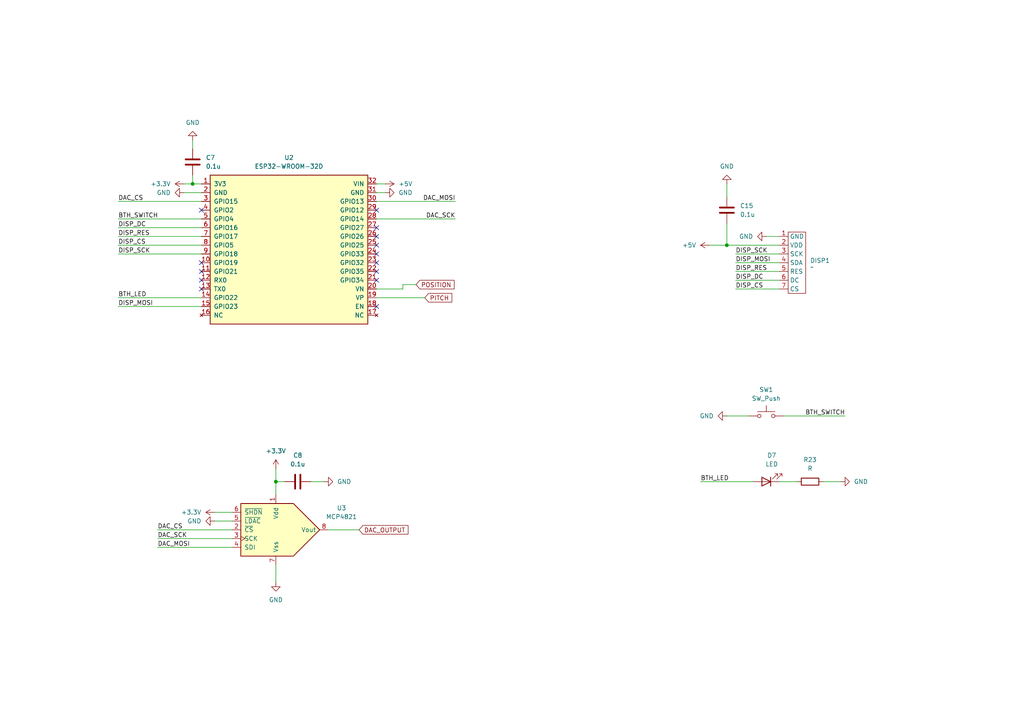
<source format=kicad_sch>
(kicad_sch (version 20231120) (generator "eeschema") (generator_version "8.0")
  (paper "A4")
  (title_block (title "Microcontroller, DAC, Display") (date "2024-11-18") (rev "1"))
  (lib_symbols
    (symbol "Analog_DAC:MCP4821" (pin_names (offset 1.016))
      (property "Reference" "U" (at 1.27 10.795 0))
      (property "Value" "MCP4821" (at 1.27 8.89 0))
      (symbol "MCP4821_0_0"
        (polyline (pts (xy 12.7 0) (xy 5.08 7.62) (xy -10.16 7.62) (xy -10.16 -7.62) (xy 5.08 -7.62) (xy 12.7 0)) (stroke (width 0.254)) (fill (type background)))
      )
      (symbol "MCP4821_1_1"
        (pin power_in line (at 0 10.16 270) (length 2.54) (name "Vdd") (number "1"))
        (pin input line (at -12.7 0 0) (length 2.54) (name "~{CS}") (number "2"))
        (pin input clock (at -12.7 -2.54 0) (length 2.54) (name "SCK") (number "3"))
        (pin input line (at -12.7 -5.08 0) (length 2.54) (name "SDI") (number "4"))
        (pin input line (at -12.7 2.54 0) (length 2.54) (name "~{LDAC}") (number "5"))
        (pin input line (at -12.7 5.08 0) (length 2.54) (name "~{SHDN}") (number "6"))
        (pin power_in line (at 0 -10.16 90) (length 2.54) (name "Vss") (number "7"))
        (pin output line (at 15.24 0 180) (length 2.54) (name "Vout") (number "8"))
      )
    )
    (symbol "Device:C" (pin_numbers hide) (pin_names (offset 0.254))
      (property "Reference" "C" (at 0.635 2.54 0))
      (property "Value" "C" (at 0.635 -2.54 0))
      (symbol "C_0_1"
        (polyline (pts (xy -2.032 -0.762) (xy 2.032 -0.762)) (stroke (width 0.508)))
        (polyline (pts (xy -2.032 0.762) (xy 2.032 0.762)) (stroke (width 0.508)))
      )
      (symbol "C_1_1"
        (pin passive line (at 0 3.81 270) (length 2.794) (name "~") (number "1"))
        (pin passive line (at 0 -3.81 90) (length 2.794) (name "~") (number "2"))
      )
    )
    (symbol "Device:LED" (pin_numbers hide) (pin_names (offset 1.016) hide)
      (property "Reference" "D" (at 0 2.54 0))
      (property "Value" "LED" (at 0 -2.54 0))
      (symbol "LED_0_1"
        (polyline (pts (xy -1.27 -1.27) (xy -1.27 1.27)) (stroke (width 0.254)))
        (polyline (pts (xy -1.27 0) (xy 1.27 0)))
        (polyline (pts (xy 1.27 -1.27) (xy 1.27 1.27) (xy -1.27 0) (xy 1.27 -1.27)) (stroke (width 0.254)))
        (polyline (pts (xy -3.048 -0.762) (xy -4.572 -2.286) (xy -3.81 -2.286) (xy -4.572 -2.286) (xy -4.572 -1.524)))
        (polyline (pts (xy -1.778 -0.762) (xy -3.302 -2.286) (xy -2.54 -2.286) (xy -3.302 -2.286) (xy -3.302 -1.524)))
      )
      (symbol "LED_1_1"
        (pin passive line (at -3.81 0 0) (length 2.54) (name "K") (number "1"))
        (pin passive line (at 3.81 0 180) (length 2.54) (name "A") (number "2"))
      )
    )
    (symbol "Device:R" (pin_numbers hide) (pin_names (offset 0))
      (property "Reference" "R" (at 2.032 0 90))
      (property "Value" "R" (at 0 0 90))
      (symbol "R_0_1"
        (rectangle (start -1.016 -2.54) (end 1.016 2.54) (stroke (width 0.254)))
      )
      (symbol "R_1_1"
        (pin passive line (at 0 3.81 270) (length 1.27) (name "~") (number "1"))
        (pin passive line (at 0 -3.81 90) (length 1.27) (name "~") (number "2"))
      )
    )
    (symbol "Espressif:ESP32-C6-DevKitC-1" (pin_names (offset 1.016))
      (property "Reference" "U" (at -22.86 25.4 0))
      (property "Value" "ESP32-C6-DevKitC-1" (at -22.86 22.86 0))
      (symbol "ESP32-C6-DevKitC-1_0_1"
        (rectangle (start -22.86 20.32) (end 22.86 -22.86) (stroke (width 0.254)) (fill (type background)))
      )
      (symbol "ESP32-C6-DevKitC-1_1_0"
        (pin bidirectional line (at -25.4 -15.24 0) (length 2.54) (name "GPIO22") (number "14"))
        (pin power_in line (at -25.4 15.24 0) (length 2.54) (name "GND") (number "2"))
      )
      (symbol "ESP32-C6-DevKitC-1_1_1"
        (pin power_out line (at -25.4 17.78 0) (length 2.54) (name "3V3") (number "1"))
        (pin bidirectional line (at -25.4 -5.08 0) (length 2.54) (name "GPIO19") (number "10"))
        (pin bidirectional line (at -25.4 -7.62 0) (length 2.54) (name "GPIO21") (number "11"))
        (pin bidirectional line (at -25.4 -10.16 0) (length 2.54) (name "RX0") (number "12"))
        (pin bidirectional line (at -25.4 -12.7 0) (length 2.54) (name "TX0") (number "13"))
        (pin bidirectional line (at -25.4 -17.78 0) (length 2.54) (name "GPIO23") (number "15"))
        (pin no_connect line (at -25.4 -20.32 0) (length 2.54) (name "NC") (number "16"))
        (pin no_connect line (at 25.4 -20.32 180) (length 2.54) (name "NC") (number "17"))
        (pin power_in line (at 25.4 -17.78 180) (length 2.54) (name "EN") (number "18"))
        (pin bidirectional line (at 25.4 -15.24 180) (length 2.54) (name "VP") (number "19"))
        (pin bidirectional line (at 25.4 -12.7 180) (length 2.54) (name "VN") (number "20"))
        (pin power_in line (at 25.4 -10.16 180) (length 2.54) (name "GPIO34") (number "21"))
        (pin bidirectional line (at 25.4 -7.62 180) (length 2.54) (name "GPIO35") (number "22"))
        (pin bidirectional line (at 25.4 -5.08 180) (length 2.54) (name "GPIO32") (number "23"))
        (pin bidirectional line (at 25.4 -2.54 180) (length 2.54) (name "GPIO33") (number "24"))
        (pin bidirectional line (at 25.4 0 180) (length 2.54) (name "GPIO25") (number "25"))
        (pin bidirectional line (at 25.4 2.54 180) (length 2.54) (name "GPIO26") (number "26"))
        (pin bidirectional line (at 25.4 5.08 180) (length 2.54) (name "GPIO27") (number "27"))
        (pin bidirectional line (at 25.4 7.62 180) (length 2.54) (name "GPIO14") (number "28"))
        (pin bidirectional line (at 25.4 10.16 180) (length 2.54) (name "GPIO12") (number "29"))
        (pin bidirectional line (at -25.4 12.7 0) (length 2.54) (name "GPIO15") (number "3"))
        (pin bidirectional line (at 25.4 12.7 180) (length 2.54) (name "GPIO13") (number "30"))
        (pin power_in line (at 25.4 15.24 180) (length 2.54) (name "GND") (number "31"))
        (pin power_in line (at 25.4 17.78 180) (length 2.54) (name "VIN") (number "32"))
        (pin bidirectional line (at -25.4 10.16 0) (length 2.54) (name "GPIO2") (number "4"))
        (pin bidirectional line (at -25.4 7.62 0) (length 2.54) (name "GPIO4") (number "5"))
        (pin bidirectional line (at -25.4 5.08 0) (length 2.54) (name "GPIO16") (number "6"))
        (pin bidirectional line (at -25.4 2.54 0) (length 2.54) (name "GPIO17") (number "7"))
        (pin bidirectional line (at -25.4 0 0) (length 2.54) (name "GPIO5") (number "8"))
        (pin bidirectional line (at -25.4 -2.54 0) (length 2.54) (name "GPIO18") (number "9"))
      )
    )
    (symbol "Switch:SW_Push" (pin_numbers hide) (pin_names (offset 1.016) hide)
      (property "Reference" "SW" (at 1.27 2.54 0))
      (property "Value" "SW_Push" (at 0 -1.524 0))
      (symbol "SW_Push_0_1"
        (circle (center -2.032 0) (radius 0.508))
        (polyline (pts (xy 0 1.27) (xy 0 3.048)))
        (polyline (pts (xy 2.54 1.27) (xy -2.54 1.27)))
        (circle (center 2.032 0) (radius 0.508))
        (pin passive line (at -5.08 0 0) (length 2.54) (name "1") (number "1"))
        (pin passive line (at 5.08 0 180) (length 2.54) (name "2") (number "2"))
      )
    )
    (symbol "power:+3.3V" (power) (pin_numbers hide) (pin_names (offset 0) hide)
      (property "Value" "+3.3V" (at 0 3.556 0))
      (symbol "+3.3V_0_1"
        (polyline (pts (xy -0.762 1.27) (xy 0 2.54)))
        (polyline (pts (xy 0 0) (xy 0 2.54)))
        (polyline (pts (xy 0 2.54) (xy 0.762 1.27)))
      )
      (symbol "+3.3V_1_1"
        (pin power_in line (at 0 0 90) (length 0) (name "~") (number "1"))
      )
    )
    (symbol "power:+5V" (power) (pin_numbers hide) (pin_names (offset 0) hide)
      (property "Value" "+5V" (at 0 3.556 0))
      (symbol "+5V_0_1"
        (polyline (pts (xy -0.762 1.27) (xy 0 2.54)))
        (polyline (pts (xy 0 0) (xy 0 2.54)))
        (polyline (pts (xy 0 2.54) (xy 0.762 1.27)))
      )
      (symbol "+5V_1_1"
        (pin power_in line (at 0 0 90) (length 0) (name "~") (number "1"))
      )
    )
    (symbol "power:GND" (power) (pin_numbers hide) (pin_names (offset 0) hide)
      (property "Value" "GND" (at 0 -3.81 0))
      (symbol "GND_0_1"
        (polyline (pts (xy 0 0) (xy 0 -1.27) (xy 1.27 -1.27) (xy 0 -2.54) (xy -1.27 -1.27) (xy 0 -1.27)))
      )
      (symbol "GND_1_1"
        (pin power_in line (at 0 0 270) (length 0) (name "~") (number "1"))
      )
    )
    (symbol "ssd1306:ssd1306_spi"
      (property "Reference" "DISP" (at -0.254 -11.176 0))
      (symbol "ssd1306_spi_0_1"
        (rectangle (start -2.54 8.89) (end 2.54 -8.89))
      )
      (symbol "ssd1306_spi_1_1"
        (pin input line (at -5.08 7.62 0) (length 2.54) (name "GND") (number "1"))
        (pin input line (at -5.08 5.08 0) (length 2.54) (name "VDD") (number "2"))
        (pin input line (at -5.08 2.54 0) (length 2.54) (name "SCK") (number "3"))
        (pin input line (at -5.08 0 0) (length 2.54) (name "SDA") (number "4"))
        (pin input line (at -5.08 -2.54 0) (length 2.54) (name "RES") (number "5"))
        (pin input line (at -5.08 -5.08 0) (length 2.54) (name "DC") (number "6"))
        (pin input line (at -5.08 -7.62 0) (length 2.54) (name "CS") (number "7"))
      )
    )
  )
  (junction (at 55.88 53.34))
  (junction (at 210.82 71.12))
  (junction (at 80.01 139.7))
  (no_connect (at 109.22 76.2))
  (no_connect (at 58.42 78.74))
  (no_connect (at 109.22 71.12))
  (no_connect (at 109.22 88.9))
  (no_connect (at 109.22 78.74))
  (no_connect (at 58.42 76.2))
  (no_connect (at 109.22 73.66))
  (no_connect (at 58.42 83.82))
  (no_connect (at 109.22 81.28))
  (no_connect (at 58.42 60.96))
  (no_connect (at 109.22 60.96))
  (no_connect (at 109.22 66.04))
  (no_connect (at 58.42 81.28))
  (no_connect (at 109.22 68.58))
  (wire (pts (xy 45.72 158.75) (xy 67.31 158.75)))
  (wire (pts (xy 109.22 63.5) (xy 132.08 63.5)))
  (wire (pts (xy 203.2 139.7) (xy 218.44 139.7)))
  (wire (pts (xy 55.88 50.8) (xy 55.88 53.34)))
  (wire (pts (xy 213.36 76.2) (xy 226.06 76.2)))
  (wire (pts (xy 34.29 68.58) (xy 58.42 68.58)))
  (wire (pts (xy 116.84 82.55) (xy 116.84 83.82)))
  (wire (pts (xy 55.88 40.64) (xy 55.88 43.18)))
  (wire (pts (xy 80.01 163.83) (xy 80.01 168.91)))
  (wire (pts (xy 238.76 139.7) (xy 243.84 139.7)))
  (wire (pts (xy 34.29 58.42) (xy 58.42 58.42)))
  (wire (pts (xy 227.33 120.65) (xy 245.11 120.65)))
  (wire (pts (xy 213.36 81.28) (xy 226.06 81.28)))
  (wire (pts (xy 213.36 73.66) (xy 226.06 73.66)))
  (wire (pts (xy 34.29 73.66) (xy 58.42 73.66)))
  (wire (pts (xy 62.23 151.13) (xy 67.31 151.13)))
  (wire (pts (xy 205.74 71.12) (xy 210.82 71.12)))
  (wire (pts (xy 34.29 88.9) (xy 58.42 88.9)))
  (wire (pts (xy 109.22 55.88) (xy 111.76 55.88)))
  (wire (pts (xy 80.01 139.7) (xy 80.01 143.51)))
  (wire (pts (xy 90.17 139.7) (xy 93.98 139.7)))
  (wire (pts (xy 222.25 68.58) (xy 226.06 68.58)))
  (wire (pts (xy 109.22 58.42) (xy 132.08 58.42)))
  (wire (pts (xy 226.06 139.7) (xy 231.14 139.7)))
  (wire (pts (xy 80.01 135.89) (xy 80.01 139.7)))
  (wire (pts (xy 210.82 71.12) (xy 226.06 71.12)))
  (wire (pts (xy 95.25 153.67) (xy 104.14 153.67)))
  (wire (pts (xy 34.29 63.5) (xy 58.42 63.5)))
  (wire (pts (xy 34.29 66.04) (xy 58.42 66.04)))
  (wire (pts (xy 62.23 148.59) (xy 67.31 148.59)))
  (wire (pts (xy 109.22 53.34) (xy 111.76 53.34)))
  (wire (pts (xy 116.84 83.82) (xy 109.22 83.82)))
  (wire (pts (xy 210.82 53.34) (xy 210.82 57.15)))
  (wire (pts (xy 210.82 64.77) (xy 210.82 71.12)))
  (wire (pts (xy 109.22 86.36) (xy 123.19 86.36)))
  (wire (pts (xy 210.82 120.65) (xy 217.17 120.65)))
  (wire (pts (xy 53.34 53.34) (xy 55.88 53.34)))
  (wire (pts (xy 45.72 156.21) (xy 67.31 156.21)))
  (wire (pts (xy 34.29 71.12) (xy 58.42 71.12)))
  (wire (pts (xy 34.29 86.36) (xy 58.42 86.36)))
  (wire (pts (xy 213.36 83.82) (xy 226.06 83.82)))
  (wire (pts (xy 53.34 55.88) (xy 58.42 55.88)))
  (wire (pts (xy 45.72 153.67) (xy 67.31 153.67)))
  (wire (pts (xy 213.36 78.74) (xy 226.06 78.74)))
  (wire (pts (xy 120.65 82.55) (xy 116.84 82.55)))
  (wire (pts (xy 55.88 53.34) (xy 58.42 53.34)))
  (wire (pts (xy 80.01 139.7) (xy 82.55 139.7)))
  (label "BTH_LED" (at 34.29 86.36 0))
  (label "DISP_CS" (at 34.29 71.12 0))
  (label "DAC_SCK" (at 45.72 156.21 0))
  (label "DISP_MOSI" (at 213.36 76.2 0))
  (label "DAC_SCK" (at 132.08 63.5 180))
  (label "BTH_SWITCH" (at 245.11 120.65 180))
  (label "DAC_CS" (at 45.72 153.67 0))
  (label "DISP_RES" (at 213.36 78.74 0))
  (label "DISP_SCK" (at 213.36 73.66 0))
  (label "DAC_MOSI" (at 132.08 58.42 180))
  (label "DISP_MOSI" (at 34.29 88.9 0))
  (label "DAC_CS" (at 34.29 58.42 0))
  (label "DISP_DC" (at 213.36 81.28 0))
  (label "BTH_LED" (at 203.2 139.7 0))
  (label "DISP_CS" (at 213.36 83.82 0))
  (label "DISP_SCK" (at 34.29 73.66 0))
  (label "DISP_RES" (at 34.29 68.58 0))
  (label "DISP_DC" (at 34.29 66.04 0))
  (label "DAC_MOSI" (at 45.72 158.75 0))
  (label "BTH_SWITCH" (at 34.29 63.5 0))
  (global_label "POSITION" (shape input) (at 120.65 82.55 0) (property "Intersheetrefs" "${INTERSHEET_REFS}" (effects (hide yes))))
  (global_label "PITCH" (shape input) (at 123.19 86.36 0) (property "Intersheetrefs" "${INTERSHEET_REFS}" (effects (hide yes))))
  (global_label "DAC_OUTPUT" (shape input) (at 104.14 153.67 0) (property "Intersheetrefs" "${INTERSHEET_REFS}" (effects (hide yes))))
  (symbol (lib_id "power:+5V") (at 111.76 53.34 270) (unit 1)
    (property "Reference" "#PWR010" (effects (hide yes)))
    (property "Value" "+5V" (at 115.57 53.3399 90) (effects (justify left)))
    (property "Description" "Power symbol creates a global label with name \"+5V\"" (effects (hide yes)))
  )
  (symbol (lib_id "power:GND") (at 53.34 55.88 270) (unit 1)
    (property "Reference" "#PWR013" (effects (hide yes)))
    (property "Value" "GND" (at 49.53 55.8799 90) (effects (justify right)))
    (property "Description" "Power symbol creates a global label with name \"GND\" , ground" (effects (hide yes)))
  )
  (symbol (lib_id "ssd1306:ssd1306_spi") (at 231.14 76.2 0) (unit 1)
    (property "Reference" "DISP1" (at 234.95 75.5649 0) (effects (justify left)))
    (property "Value" "~" (at 234.95 77.47 0) (effects (justify left)))
  )
  (symbol (lib_id "power:GND") (at 93.98 139.7 90) (unit 1)
    (property "Reference" "#PWR015" (effects (hide yes)))
    (property "Value" "GND" (at 97.79 139.6999 90) (effects (justify right)))
    (property "Description" "Power symbol creates a global label with name \"GND\" , ground" (effects (hide yes)))
  )
  (symbol (lib_id "Device:C") (at 55.88 46.99 0) (unit 1)
    (property "Reference" "C7" (at 59.69 45.7199 0) (effects (justify left)))
    (property "Value" "0.1u" (at 59.69 48.2599 0) (effects (justify left)))
    (property "Footprint" "Capacitor_THT:C_Disc_D5.0mm_W2.5mm_P5.00mm" (effects (hide yes)))
    (property "Description" "Unpolarized capacitor" (effects (hide yes)))
  )
  (symbol (lib_id "power:GND") (at 55.88 40.64 180) (unit 1)
    (property "Reference" "#PWR012" (effects (hide yes)))
    (property "Value" "GND" (at 55.88 35.56 0))
    (property "Description" "Power symbol creates a global label with name \"GND\" , ground" (effects (hide yes)))
  )
  (symbol (lib_id "Espressif:ESP32-C6-DevKitC-1") (at 83.82 71.12 0) (unit 1)
    (property "Reference" "U2" (at 83.82 45.72 0))
    (property "Value" "ESP32-WROOM-32D" (at 83.82 48.26 0))
    (property "Datasheet" "https://docs.espressif.com/projects/espressif-esp-dev-kits/en/latest/esp32c6/esp32-c6-devkitc-1/user_guide.html" (effects (hide yes)))
    (property "Description" "ESP32-C6-DevKitC-1" (effects (hide yes)))
  )
  (symbol (lib_id "power:GND") (at 243.84 139.7 90) (unit 1)
    (property "Reference" "#PWR053" (effects (hide yes)))
    (property "Value" "GND" (at 247.65 139.6999 90) (effects (justify right)))
    (property "Description" "Power symbol creates a global label with name \"GND\" , ground" (effects (hide yes)))
  )
  (symbol (lib_id "Device:R") (at 234.95 139.7 90) (unit 1)
    (property "Reference" "R23" (at 234.95 133.35 90))
    (property "Value" "R" (at 234.95 135.89 90))
    (property "Description" "Resistor" (effects (hide yes)))
  )
  (symbol (lib_id "Analog_DAC:MCP4821") (at 80.01 153.67 0) (unit 1)
    (property "Reference" "U3" (at 99.06 147.3514 0))
    (property "Value" "MCP4821" (at 99.06 149.8914 0))
    (property "Footprint" "Package_DIP:DIP-8_W7.62mm" (effects (hide yes)))
    (property "Datasheet" "http://ww1.microchip.com/downloads/en/DeviceDoc/22244B.pdf" (effects (hide yes)))
    (property "Description" "12-Bit D/A Converters with SPI Interface, internal Reference (2.048V)" (effects (hide yes)))
  )
  (symbol (lib_id "power:GND") (at 210.82 120.65 270) (unit 1)
    (property "Reference" "#PWR052" (effects (hide yes)))
    (property "Value" "GND" (at 207.01 120.6499 90) (effects (justify right)))
    (property "Description" "Power symbol creates a global label with name \"GND\" , ground" (effects (hide yes)))
  )
  (symbol (lib_id "power:+3.3V") (at 53.34 53.34 90) (unit 1)
    (property "Reference" "#PWR011" (effects (hide yes)))
    (property "Value" "+3.3V" (at 49.53 53.3399 90) (effects (justify left)))
    (property "Description" "Power symbol creates a global label with name \"+3.3V\"" (effects (hide yes)))
  )
  (symbol (lib_id "power:GND") (at 80.01 168.91 0) (unit 1)
    (property "Reference" "#PWR016" (effects (hide yes)))
    (property "Value" "GND" (at 80.01 173.99 0))
    (property "Description" "Power symbol creates a global label with name \"GND\" , ground" (effects (hide yes)))
  )
  (symbol (lib_id "Device:LED") (at 222.25 139.7 180) (unit 1)
    (property "Reference" "D7" (at 223.8375 132.08 0))
    (property "Value" "LED" (at 223.8375 134.62 0))
    (property "Description" "Light emitting diode" (effects (hide yes)))
  )
  (symbol (lib_id "power:GND") (at 222.25 68.58 270) (unit 1)
    (property "Reference" "#PWR028" (effects (hide yes)))
    (property "Value" "GND" (at 218.44 68.5799 90) (effects (justify right)))
    (property "Description" "Power symbol creates a global label with name \"GND\" , ground" (effects (hide yes)))
  )
  (symbol (lib_id "Device:C") (at 86.36 139.7 90) (unit 1)
    (property "Reference" "C8" (at 86.36 132.08 90))
    (property "Value" "0.1u" (at 86.36 134.62 90))
    (property "Footprint" "Capacitor_THT:C_Disc_D5.0mm_W2.5mm_P5.00mm" (effects (hide yes)))
    (property "Description" "Unpolarized capacitor" (effects (hide yes)))
  )
  (symbol (lib_id "power:GND") (at 111.76 55.88 90) (unit 1)
    (property "Reference" "#PWR09" (effects (hide yes)))
    (property "Value" "GND" (at 115.57 55.8799 90) (effects (justify right)))
    (property "Description" "Power symbol creates a global label with name \"GND\" , ground" (effects (hide yes)))
  )
  (symbol (lib_id "power:+3.3V") (at 80.01 135.89 0) (unit 1)
    (property "Reference" "#PWR014" (effects (hide yes)))
    (property "Value" "+3.3V" (at 80.01 130.81 0))
    (property "Description" "Power symbol creates a global label with name \"+3.3V\"" (effects (hide yes)))
  )
  (symbol (lib_id "power:GND") (at 210.82 53.34 180) (unit 1)
    (property "Reference" "#PWR030" (effects (hide yes)))
    (property "Value" "GND" (at 210.82 48.26 0))
    (property "Description" "Power symbol creates a global label with name \"GND\" , ground" (effects (hide yes)))
  )
  (symbol (lib_id "power:GND") (at 62.23 151.13 270) (unit 1)
    (property "Reference" "#PWR018" (effects (hide yes)))
    (property "Value" "GND" (at 58.42 151.1299 90) (effects (justify right)))
    (property "Description" "Power symbol creates a global label with name \"GND\" , ground" (effects (hide yes)))
  )
  (symbol (lib_id "power:+3.3V") (at 62.23 148.59 90) (unit 1)
    (property "Reference" "#PWR017" (effects (hide yes)))
    (property "Value" "+3.3V" (at 58.42 148.5899 90) (effects (justify left)))
    (property "Description" "Power symbol creates a global label with name \"+3.3V\"" (effects (hide yes)))
  )
  (symbol (lib_id "Switch:SW_Push") (at 222.25 120.65 0) (unit 1)
    (property "Reference" "SW1" (at 222.25 113.03 0))
    (property "Value" "SW_Push" (at 222.25 115.57 0))
    (property "Description" "Push button switch, generic, two pins" (effects (hide yes)))
  )
  (symbol (lib_id "power:+5V") (at 205.74 71.12 90) (unit 1)
    (property "Reference" "#PWR029" (effects (hide yes)))
    (property "Value" "+5V" (at 201.93 71.1199 90) (effects (justify left)))
    (property "Description" "Power symbol creates a global label with name \"+5V\"" (effects (hide yes)))
  )
  (symbol (lib_id "Device:C") (at 210.82 60.96 0) (unit 1)
    (property "Reference" "C15" (at 214.63 59.6899 0) (effects (justify left)))
    (property "Value" "0.1u" (at 214.63 62.2299 0) (effects (justify left)))
    (property "Footprint" "Capacitor_THT:C_Disc_D5.0mm_W2.5mm_P5.00mm" (effects (hide yes)))
    (property "Description" "Unpolarized capacitor" (effects (hide yes)))
  )
  (sheet (at 312.42 11.43) (size 35.56 20.32) (stroke (width 0.1524))
    (property "Sheetname" "Power" (at 312.42 10.7184 0) (effects (justify left bottom)))
    (property "Sheetfile" "power.kicad_sch" (at 312.42 32.3346 0) (effects (justify left top)))
  )
  (sheet (at 312.42 76.2) (size 33.02 22.86) (stroke (width 0.1524))
    (property "Sheetname" "Input" (at 312.42 75.4884 0) (effects (justify left bottom)))
    (property "Sheetfile" "input.kicad_sch" (at 312.42 99.6446 0) (effects (justify left top)))
  )
  (sheet (at 312.42 44.45) (size 33.02 19.05) (stroke (width 0.1524))
    (property "Sheetname" "Output" (at 312.42 43.7384 0) (effects (justify left bottom)))
    (property "Sheetfile" "output.kicad_sch" (at 312.42 64.0846 0) (effects (justify left top)))
  )
)
</source>
